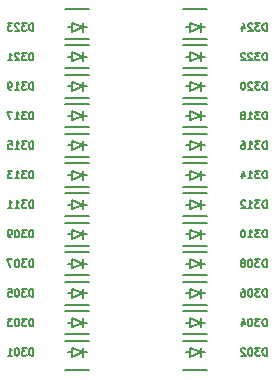
<source format=gbo>
G04 #@! TF.GenerationSoftware,KiCad,Pcbnew,(5.1.5)-3*
G04 #@! TF.CreationDate,2021-08-30T19:43:02+02:00*
G04 #@! TF.ProjectId,gbm12,67626d31-322e-46b6-9963-61645f706362,0430 -*
G04 #@! TF.SameCoordinates,Original*
G04 #@! TF.FileFunction,Legend,Bot*
G04 #@! TF.FilePolarity,Positive*
%FSLAX46Y46*%
G04 Gerber Fmt 4.6, Leading zero omitted, Abs format (unit mm)*
G04 Created by KiCad (PCBNEW (5.1.5)-3) date 2021-08-30 19:43:02*
%MOMM*%
%LPD*%
G04 APERTURE LIST*
%ADD10C,0.127000*%
G04 APERTURE END LIST*
D10*
X98516000Y-108476000D02*
X96484000Y-108476000D01*
X98516000Y-111524000D02*
X96484000Y-111524000D01*
X97119000Y-110381000D02*
X98008000Y-110000000D01*
X98008000Y-110000000D02*
X97119000Y-109619000D01*
X97119000Y-110000000D02*
X96738000Y-110000000D01*
X97119000Y-109619000D02*
X97119000Y-110381000D01*
X98389000Y-110000000D02*
X98008000Y-110000000D01*
X98008000Y-109619000D02*
X98008000Y-110381000D01*
X88516000Y-108476000D02*
X86484000Y-108476000D01*
X88516000Y-111524000D02*
X86484000Y-111524000D01*
X87119000Y-110381000D02*
X88008000Y-110000000D01*
X88008000Y-110000000D02*
X87119000Y-109619000D01*
X87119000Y-110000000D02*
X86738000Y-110000000D01*
X87119000Y-109619000D02*
X87119000Y-110381000D01*
X88389000Y-110000000D02*
X88008000Y-110000000D01*
X88008000Y-109619000D02*
X88008000Y-110381000D01*
X98516000Y-110976000D02*
X96484000Y-110976000D01*
X98516000Y-114024000D02*
X96484000Y-114024000D01*
X97119000Y-112881000D02*
X98008000Y-112500000D01*
X98008000Y-112500000D02*
X97119000Y-112119000D01*
X97119000Y-112500000D02*
X96738000Y-112500000D01*
X97119000Y-112119000D02*
X97119000Y-112881000D01*
X98389000Y-112500000D02*
X98008000Y-112500000D01*
X98008000Y-112119000D02*
X98008000Y-112881000D01*
X88516000Y-110976000D02*
X86484000Y-110976000D01*
X88516000Y-114024000D02*
X86484000Y-114024000D01*
X87119000Y-112881000D02*
X88008000Y-112500000D01*
X88008000Y-112500000D02*
X87119000Y-112119000D01*
X87119000Y-112500000D02*
X86738000Y-112500000D01*
X87119000Y-112119000D02*
X87119000Y-112881000D01*
X88389000Y-112500000D02*
X88008000Y-112500000D01*
X88008000Y-112119000D02*
X88008000Y-112881000D01*
X98516000Y-113476000D02*
X96484000Y-113476000D01*
X98516000Y-116524000D02*
X96484000Y-116524000D01*
X97119000Y-115381000D02*
X98008000Y-115000000D01*
X98008000Y-115000000D02*
X97119000Y-114619000D01*
X97119000Y-115000000D02*
X96738000Y-115000000D01*
X97119000Y-114619000D02*
X97119000Y-115381000D01*
X98389000Y-115000000D02*
X98008000Y-115000000D01*
X98008000Y-114619000D02*
X98008000Y-115381000D01*
X88516000Y-113476000D02*
X86484000Y-113476000D01*
X88516000Y-116524000D02*
X86484000Y-116524000D01*
X87119000Y-115381000D02*
X88008000Y-115000000D01*
X88008000Y-115000000D02*
X87119000Y-114619000D01*
X87119000Y-115000000D02*
X86738000Y-115000000D01*
X87119000Y-114619000D02*
X87119000Y-115381000D01*
X88389000Y-115000000D02*
X88008000Y-115000000D01*
X88008000Y-114619000D02*
X88008000Y-115381000D01*
X98516000Y-115976000D02*
X96484000Y-115976000D01*
X98516000Y-119024000D02*
X96484000Y-119024000D01*
X97119000Y-117881000D02*
X98008000Y-117500000D01*
X98008000Y-117500000D02*
X97119000Y-117119000D01*
X97119000Y-117500000D02*
X96738000Y-117500000D01*
X97119000Y-117119000D02*
X97119000Y-117881000D01*
X98389000Y-117500000D02*
X98008000Y-117500000D01*
X98008000Y-117119000D02*
X98008000Y-117881000D01*
X88516000Y-115976000D02*
X86484000Y-115976000D01*
X88516000Y-119024000D02*
X86484000Y-119024000D01*
X87119000Y-117881000D02*
X88008000Y-117500000D01*
X88008000Y-117500000D02*
X87119000Y-117119000D01*
X87119000Y-117500000D02*
X86738000Y-117500000D01*
X87119000Y-117119000D02*
X87119000Y-117881000D01*
X88389000Y-117500000D02*
X88008000Y-117500000D01*
X88008000Y-117119000D02*
X88008000Y-117881000D01*
X98516000Y-118476000D02*
X96484000Y-118476000D01*
X98516000Y-121524000D02*
X96484000Y-121524000D01*
X97119000Y-120381000D02*
X98008000Y-120000000D01*
X98008000Y-120000000D02*
X97119000Y-119619000D01*
X97119000Y-120000000D02*
X96738000Y-120000000D01*
X97119000Y-119619000D02*
X97119000Y-120381000D01*
X98389000Y-120000000D02*
X98008000Y-120000000D01*
X98008000Y-119619000D02*
X98008000Y-120381000D01*
X88516000Y-118476000D02*
X86484000Y-118476000D01*
X88516000Y-121524000D02*
X86484000Y-121524000D01*
X87119000Y-120381000D02*
X88008000Y-120000000D01*
X88008000Y-120000000D02*
X87119000Y-119619000D01*
X87119000Y-120000000D02*
X86738000Y-120000000D01*
X87119000Y-119619000D02*
X87119000Y-120381000D01*
X88389000Y-120000000D02*
X88008000Y-120000000D01*
X88008000Y-119619000D02*
X88008000Y-120381000D01*
X98516000Y-120976000D02*
X96484000Y-120976000D01*
X98516000Y-124024000D02*
X96484000Y-124024000D01*
X97119000Y-122881000D02*
X98008000Y-122500000D01*
X98008000Y-122500000D02*
X97119000Y-122119000D01*
X97119000Y-122500000D02*
X96738000Y-122500000D01*
X97119000Y-122119000D02*
X97119000Y-122881000D01*
X98389000Y-122500000D02*
X98008000Y-122500000D01*
X98008000Y-122119000D02*
X98008000Y-122881000D01*
X88516000Y-120976000D02*
X86484000Y-120976000D01*
X88516000Y-124024000D02*
X86484000Y-124024000D01*
X87119000Y-122881000D02*
X88008000Y-122500000D01*
X88008000Y-122500000D02*
X87119000Y-122119000D01*
X87119000Y-122500000D02*
X86738000Y-122500000D01*
X87119000Y-122119000D02*
X87119000Y-122881000D01*
X88389000Y-122500000D02*
X88008000Y-122500000D01*
X88008000Y-122119000D02*
X88008000Y-122881000D01*
X98516000Y-123476000D02*
X96484000Y-123476000D01*
X98516000Y-126524000D02*
X96484000Y-126524000D01*
X97119000Y-125381000D02*
X98008000Y-125000000D01*
X98008000Y-125000000D02*
X97119000Y-124619000D01*
X97119000Y-125000000D02*
X96738000Y-125000000D01*
X97119000Y-124619000D02*
X97119000Y-125381000D01*
X98389000Y-125000000D02*
X98008000Y-125000000D01*
X98008000Y-124619000D02*
X98008000Y-125381000D01*
X88516000Y-123476000D02*
X86484000Y-123476000D01*
X88516000Y-126524000D02*
X86484000Y-126524000D01*
X87119000Y-125381000D02*
X88008000Y-125000000D01*
X88008000Y-125000000D02*
X87119000Y-124619000D01*
X87119000Y-125000000D02*
X86738000Y-125000000D01*
X87119000Y-124619000D02*
X87119000Y-125381000D01*
X88389000Y-125000000D02*
X88008000Y-125000000D01*
X88008000Y-124619000D02*
X88008000Y-125381000D01*
X98516000Y-125976000D02*
X96484000Y-125976000D01*
X98516000Y-129024000D02*
X96484000Y-129024000D01*
X97119000Y-127881000D02*
X98008000Y-127500000D01*
X98008000Y-127500000D02*
X97119000Y-127119000D01*
X97119000Y-127500000D02*
X96738000Y-127500000D01*
X97119000Y-127119000D02*
X97119000Y-127881000D01*
X98389000Y-127500000D02*
X98008000Y-127500000D01*
X98008000Y-127119000D02*
X98008000Y-127881000D01*
X88516000Y-125976000D02*
X86484000Y-125976000D01*
X88516000Y-129024000D02*
X86484000Y-129024000D01*
X87119000Y-127881000D02*
X88008000Y-127500000D01*
X88008000Y-127500000D02*
X87119000Y-127119000D01*
X87119000Y-127500000D02*
X86738000Y-127500000D01*
X87119000Y-127119000D02*
X87119000Y-127881000D01*
X88389000Y-127500000D02*
X88008000Y-127500000D01*
X88008000Y-127119000D02*
X88008000Y-127881000D01*
X98516000Y-128476000D02*
X96484000Y-128476000D01*
X98516000Y-131524000D02*
X96484000Y-131524000D01*
X97119000Y-130381000D02*
X98008000Y-130000000D01*
X98008000Y-130000000D02*
X97119000Y-129619000D01*
X97119000Y-130000000D02*
X96738000Y-130000000D01*
X97119000Y-129619000D02*
X97119000Y-130381000D01*
X98389000Y-130000000D02*
X98008000Y-130000000D01*
X98008000Y-129619000D02*
X98008000Y-130381000D01*
X88516000Y-128476000D02*
X86484000Y-128476000D01*
X88516000Y-131524000D02*
X86484000Y-131524000D01*
X87119000Y-130381000D02*
X88008000Y-130000000D01*
X88008000Y-130000000D02*
X87119000Y-129619000D01*
X87119000Y-130000000D02*
X86738000Y-130000000D01*
X87119000Y-129619000D02*
X87119000Y-130381000D01*
X88389000Y-130000000D02*
X88008000Y-130000000D01*
X88008000Y-129619000D02*
X88008000Y-130381000D01*
X98516000Y-130976000D02*
X96484000Y-130976000D01*
X98516000Y-134024000D02*
X96484000Y-134024000D01*
X97119000Y-132881000D02*
X98008000Y-132500000D01*
X98008000Y-132500000D02*
X97119000Y-132119000D01*
X97119000Y-132500000D02*
X96738000Y-132500000D01*
X97119000Y-132119000D02*
X97119000Y-132881000D01*
X98389000Y-132500000D02*
X98008000Y-132500000D01*
X98008000Y-132119000D02*
X98008000Y-132881000D01*
X88516000Y-130976000D02*
X86484000Y-130976000D01*
X88516000Y-134024000D02*
X86484000Y-134024000D01*
X87119000Y-132881000D02*
X88008000Y-132500000D01*
X88008000Y-132500000D02*
X87119000Y-132119000D01*
X87119000Y-132500000D02*
X86738000Y-132500000D01*
X87119000Y-132119000D02*
X87119000Y-132881000D01*
X88389000Y-132500000D02*
X88008000Y-132500000D01*
X88008000Y-132119000D02*
X88008000Y-132881000D01*
X98516000Y-133476000D02*
X96484000Y-133476000D01*
X98516000Y-136524000D02*
X96484000Y-136524000D01*
X97119000Y-135381000D02*
X98008000Y-135000000D01*
X98008000Y-135000000D02*
X97119000Y-134619000D01*
X97119000Y-135000000D02*
X96738000Y-135000000D01*
X97119000Y-134619000D02*
X97119000Y-135381000D01*
X98389000Y-135000000D02*
X98008000Y-135000000D01*
X98008000Y-134619000D02*
X98008000Y-135381000D01*
X88516000Y-133476000D02*
X86484000Y-133476000D01*
X88516000Y-136524000D02*
X86484000Y-136524000D01*
X87119000Y-135381000D02*
X88008000Y-135000000D01*
X88008000Y-135000000D02*
X87119000Y-134619000D01*
X87119000Y-135000000D02*
X86738000Y-135000000D01*
X87119000Y-134619000D02*
X87119000Y-135381000D01*
X88389000Y-135000000D02*
X88008000Y-135000000D01*
X88008000Y-134619000D02*
X88008000Y-135381000D01*
X98516000Y-135976000D02*
X96484000Y-135976000D01*
X98516000Y-139024000D02*
X96484000Y-139024000D01*
X97119000Y-137881000D02*
X98008000Y-137500000D01*
X98008000Y-137500000D02*
X97119000Y-137119000D01*
X97119000Y-137500000D02*
X96738000Y-137500000D01*
X97119000Y-137119000D02*
X97119000Y-137881000D01*
X98389000Y-137500000D02*
X98008000Y-137500000D01*
X98008000Y-137119000D02*
X98008000Y-137881000D01*
X88516000Y-135976000D02*
X86484000Y-135976000D01*
X88516000Y-139024000D02*
X86484000Y-139024000D01*
X87119000Y-137881000D02*
X88008000Y-137500000D01*
X88008000Y-137500000D02*
X87119000Y-137119000D01*
X87119000Y-137500000D02*
X86738000Y-137500000D01*
X87119000Y-137119000D02*
X87119000Y-137881000D01*
X88389000Y-137500000D02*
X88008000Y-137500000D01*
X88008000Y-137119000D02*
X88008000Y-137881000D01*
X103573452Y-110287261D02*
X103573452Y-109652261D01*
X103422261Y-109652261D01*
X103331547Y-109682500D01*
X103271071Y-109742976D01*
X103240833Y-109803452D01*
X103210595Y-109924404D01*
X103210595Y-110015119D01*
X103240833Y-110136071D01*
X103271071Y-110196547D01*
X103331547Y-110257023D01*
X103422261Y-110287261D01*
X103573452Y-110287261D01*
X102998928Y-109652261D02*
X102605833Y-109652261D01*
X102817500Y-109894166D01*
X102726785Y-109894166D01*
X102666309Y-109924404D01*
X102636071Y-109954642D01*
X102605833Y-110015119D01*
X102605833Y-110166309D01*
X102636071Y-110226785D01*
X102666309Y-110257023D01*
X102726785Y-110287261D01*
X102908214Y-110287261D01*
X102968690Y-110257023D01*
X102998928Y-110226785D01*
X102363928Y-109712738D02*
X102333690Y-109682500D01*
X102273214Y-109652261D01*
X102122023Y-109652261D01*
X102061547Y-109682500D01*
X102031309Y-109712738D01*
X102001071Y-109773214D01*
X102001071Y-109833690D01*
X102031309Y-109924404D01*
X102394166Y-110287261D01*
X102001071Y-110287261D01*
X101456785Y-109863928D02*
X101456785Y-110287261D01*
X101607976Y-109622023D02*
X101759166Y-110075595D01*
X101366071Y-110075595D01*
X83823452Y-110287261D02*
X83823452Y-109652261D01*
X83672261Y-109652261D01*
X83581547Y-109682500D01*
X83521071Y-109742976D01*
X83490833Y-109803452D01*
X83460595Y-109924404D01*
X83460595Y-110015119D01*
X83490833Y-110136071D01*
X83521071Y-110196547D01*
X83581547Y-110257023D01*
X83672261Y-110287261D01*
X83823452Y-110287261D01*
X83248928Y-109652261D02*
X82855833Y-109652261D01*
X83067500Y-109894166D01*
X82976785Y-109894166D01*
X82916309Y-109924404D01*
X82886071Y-109954642D01*
X82855833Y-110015119D01*
X82855833Y-110166309D01*
X82886071Y-110226785D01*
X82916309Y-110257023D01*
X82976785Y-110287261D01*
X83158214Y-110287261D01*
X83218690Y-110257023D01*
X83248928Y-110226785D01*
X82613928Y-109712738D02*
X82583690Y-109682500D01*
X82523214Y-109652261D01*
X82372023Y-109652261D01*
X82311547Y-109682500D01*
X82281309Y-109712738D01*
X82251071Y-109773214D01*
X82251071Y-109833690D01*
X82281309Y-109924404D01*
X82644166Y-110287261D01*
X82251071Y-110287261D01*
X82039404Y-109652261D02*
X81646309Y-109652261D01*
X81857976Y-109894166D01*
X81767261Y-109894166D01*
X81706785Y-109924404D01*
X81676547Y-109954642D01*
X81646309Y-110015119D01*
X81646309Y-110166309D01*
X81676547Y-110226785D01*
X81706785Y-110257023D01*
X81767261Y-110287261D01*
X81948690Y-110287261D01*
X82009166Y-110257023D01*
X82039404Y-110226785D01*
X103573452Y-112787261D02*
X103573452Y-112152261D01*
X103422261Y-112152261D01*
X103331547Y-112182500D01*
X103271071Y-112242976D01*
X103240833Y-112303452D01*
X103210595Y-112424404D01*
X103210595Y-112515119D01*
X103240833Y-112636071D01*
X103271071Y-112696547D01*
X103331547Y-112757023D01*
X103422261Y-112787261D01*
X103573452Y-112787261D01*
X102998928Y-112152261D02*
X102605833Y-112152261D01*
X102817500Y-112394166D01*
X102726785Y-112394166D01*
X102666309Y-112424404D01*
X102636071Y-112454642D01*
X102605833Y-112515119D01*
X102605833Y-112666309D01*
X102636071Y-112726785D01*
X102666309Y-112757023D01*
X102726785Y-112787261D01*
X102908214Y-112787261D01*
X102968690Y-112757023D01*
X102998928Y-112726785D01*
X102363928Y-112212738D02*
X102333690Y-112182500D01*
X102273214Y-112152261D01*
X102122023Y-112152261D01*
X102061547Y-112182500D01*
X102031309Y-112212738D01*
X102001071Y-112273214D01*
X102001071Y-112333690D01*
X102031309Y-112424404D01*
X102394166Y-112787261D01*
X102001071Y-112787261D01*
X101759166Y-112212738D02*
X101728928Y-112182500D01*
X101668452Y-112152261D01*
X101517261Y-112152261D01*
X101456785Y-112182500D01*
X101426547Y-112212738D01*
X101396309Y-112273214D01*
X101396309Y-112333690D01*
X101426547Y-112424404D01*
X101789404Y-112787261D01*
X101396309Y-112787261D01*
X83823452Y-112787261D02*
X83823452Y-112152261D01*
X83672261Y-112152261D01*
X83581547Y-112182500D01*
X83521071Y-112242976D01*
X83490833Y-112303452D01*
X83460595Y-112424404D01*
X83460595Y-112515119D01*
X83490833Y-112636071D01*
X83521071Y-112696547D01*
X83581547Y-112757023D01*
X83672261Y-112787261D01*
X83823452Y-112787261D01*
X83248928Y-112152261D02*
X82855833Y-112152261D01*
X83067500Y-112394166D01*
X82976785Y-112394166D01*
X82916309Y-112424404D01*
X82886071Y-112454642D01*
X82855833Y-112515119D01*
X82855833Y-112666309D01*
X82886071Y-112726785D01*
X82916309Y-112757023D01*
X82976785Y-112787261D01*
X83158214Y-112787261D01*
X83218690Y-112757023D01*
X83248928Y-112726785D01*
X82613928Y-112212738D02*
X82583690Y-112182500D01*
X82523214Y-112152261D01*
X82372023Y-112152261D01*
X82311547Y-112182500D01*
X82281309Y-112212738D01*
X82251071Y-112273214D01*
X82251071Y-112333690D01*
X82281309Y-112424404D01*
X82644166Y-112787261D01*
X82251071Y-112787261D01*
X81646309Y-112787261D02*
X82009166Y-112787261D01*
X81827738Y-112787261D02*
X81827738Y-112152261D01*
X81888214Y-112242976D01*
X81948690Y-112303452D01*
X82009166Y-112333690D01*
X103573452Y-115287261D02*
X103573452Y-114652261D01*
X103422261Y-114652261D01*
X103331547Y-114682500D01*
X103271071Y-114742976D01*
X103240833Y-114803452D01*
X103210595Y-114924404D01*
X103210595Y-115015119D01*
X103240833Y-115136071D01*
X103271071Y-115196547D01*
X103331547Y-115257023D01*
X103422261Y-115287261D01*
X103573452Y-115287261D01*
X102998928Y-114652261D02*
X102605833Y-114652261D01*
X102817500Y-114894166D01*
X102726785Y-114894166D01*
X102666309Y-114924404D01*
X102636071Y-114954642D01*
X102605833Y-115015119D01*
X102605833Y-115166309D01*
X102636071Y-115226785D01*
X102666309Y-115257023D01*
X102726785Y-115287261D01*
X102908214Y-115287261D01*
X102968690Y-115257023D01*
X102998928Y-115226785D01*
X102363928Y-114712738D02*
X102333690Y-114682500D01*
X102273214Y-114652261D01*
X102122023Y-114652261D01*
X102061547Y-114682500D01*
X102031309Y-114712738D01*
X102001071Y-114773214D01*
X102001071Y-114833690D01*
X102031309Y-114924404D01*
X102394166Y-115287261D01*
X102001071Y-115287261D01*
X101607976Y-114652261D02*
X101547500Y-114652261D01*
X101487023Y-114682500D01*
X101456785Y-114712738D01*
X101426547Y-114773214D01*
X101396309Y-114894166D01*
X101396309Y-115045357D01*
X101426547Y-115166309D01*
X101456785Y-115226785D01*
X101487023Y-115257023D01*
X101547500Y-115287261D01*
X101607976Y-115287261D01*
X101668452Y-115257023D01*
X101698690Y-115226785D01*
X101728928Y-115166309D01*
X101759166Y-115045357D01*
X101759166Y-114894166D01*
X101728928Y-114773214D01*
X101698690Y-114712738D01*
X101668452Y-114682500D01*
X101607976Y-114652261D01*
X83823452Y-115287261D02*
X83823452Y-114652261D01*
X83672261Y-114652261D01*
X83581547Y-114682500D01*
X83521071Y-114742976D01*
X83490833Y-114803452D01*
X83460595Y-114924404D01*
X83460595Y-115015119D01*
X83490833Y-115136071D01*
X83521071Y-115196547D01*
X83581547Y-115257023D01*
X83672261Y-115287261D01*
X83823452Y-115287261D01*
X83248928Y-114652261D02*
X82855833Y-114652261D01*
X83067500Y-114894166D01*
X82976785Y-114894166D01*
X82916309Y-114924404D01*
X82886071Y-114954642D01*
X82855833Y-115015119D01*
X82855833Y-115166309D01*
X82886071Y-115226785D01*
X82916309Y-115257023D01*
X82976785Y-115287261D01*
X83158214Y-115287261D01*
X83218690Y-115257023D01*
X83248928Y-115226785D01*
X82251071Y-115287261D02*
X82613928Y-115287261D01*
X82432500Y-115287261D02*
X82432500Y-114652261D01*
X82492976Y-114742976D01*
X82553452Y-114803452D01*
X82613928Y-114833690D01*
X81948690Y-115287261D02*
X81827738Y-115287261D01*
X81767261Y-115257023D01*
X81737023Y-115226785D01*
X81676547Y-115136071D01*
X81646309Y-115015119D01*
X81646309Y-114773214D01*
X81676547Y-114712738D01*
X81706785Y-114682500D01*
X81767261Y-114652261D01*
X81888214Y-114652261D01*
X81948690Y-114682500D01*
X81978928Y-114712738D01*
X82009166Y-114773214D01*
X82009166Y-114924404D01*
X81978928Y-114984880D01*
X81948690Y-115015119D01*
X81888214Y-115045357D01*
X81767261Y-115045357D01*
X81706785Y-115015119D01*
X81676547Y-114984880D01*
X81646309Y-114924404D01*
X103573452Y-117787261D02*
X103573452Y-117152261D01*
X103422261Y-117152261D01*
X103331547Y-117182500D01*
X103271071Y-117242976D01*
X103240833Y-117303452D01*
X103210595Y-117424404D01*
X103210595Y-117515119D01*
X103240833Y-117636071D01*
X103271071Y-117696547D01*
X103331547Y-117757023D01*
X103422261Y-117787261D01*
X103573452Y-117787261D01*
X102998928Y-117152261D02*
X102605833Y-117152261D01*
X102817500Y-117394166D01*
X102726785Y-117394166D01*
X102666309Y-117424404D01*
X102636071Y-117454642D01*
X102605833Y-117515119D01*
X102605833Y-117666309D01*
X102636071Y-117726785D01*
X102666309Y-117757023D01*
X102726785Y-117787261D01*
X102908214Y-117787261D01*
X102968690Y-117757023D01*
X102998928Y-117726785D01*
X102001071Y-117787261D02*
X102363928Y-117787261D01*
X102182500Y-117787261D02*
X102182500Y-117152261D01*
X102242976Y-117242976D01*
X102303452Y-117303452D01*
X102363928Y-117333690D01*
X101638214Y-117424404D02*
X101698690Y-117394166D01*
X101728928Y-117363928D01*
X101759166Y-117303452D01*
X101759166Y-117273214D01*
X101728928Y-117212738D01*
X101698690Y-117182500D01*
X101638214Y-117152261D01*
X101517261Y-117152261D01*
X101456785Y-117182500D01*
X101426547Y-117212738D01*
X101396309Y-117273214D01*
X101396309Y-117303452D01*
X101426547Y-117363928D01*
X101456785Y-117394166D01*
X101517261Y-117424404D01*
X101638214Y-117424404D01*
X101698690Y-117454642D01*
X101728928Y-117484880D01*
X101759166Y-117545357D01*
X101759166Y-117666309D01*
X101728928Y-117726785D01*
X101698690Y-117757023D01*
X101638214Y-117787261D01*
X101517261Y-117787261D01*
X101456785Y-117757023D01*
X101426547Y-117726785D01*
X101396309Y-117666309D01*
X101396309Y-117545357D01*
X101426547Y-117484880D01*
X101456785Y-117454642D01*
X101517261Y-117424404D01*
X83823452Y-117787261D02*
X83823452Y-117152261D01*
X83672261Y-117152261D01*
X83581547Y-117182500D01*
X83521071Y-117242976D01*
X83490833Y-117303452D01*
X83460595Y-117424404D01*
X83460595Y-117515119D01*
X83490833Y-117636071D01*
X83521071Y-117696547D01*
X83581547Y-117757023D01*
X83672261Y-117787261D01*
X83823452Y-117787261D01*
X83248928Y-117152261D02*
X82855833Y-117152261D01*
X83067500Y-117394166D01*
X82976785Y-117394166D01*
X82916309Y-117424404D01*
X82886071Y-117454642D01*
X82855833Y-117515119D01*
X82855833Y-117666309D01*
X82886071Y-117726785D01*
X82916309Y-117757023D01*
X82976785Y-117787261D01*
X83158214Y-117787261D01*
X83218690Y-117757023D01*
X83248928Y-117726785D01*
X82251071Y-117787261D02*
X82613928Y-117787261D01*
X82432500Y-117787261D02*
X82432500Y-117152261D01*
X82492976Y-117242976D01*
X82553452Y-117303452D01*
X82613928Y-117333690D01*
X82039404Y-117152261D02*
X81616071Y-117152261D01*
X81888214Y-117787261D01*
X103573452Y-120287261D02*
X103573452Y-119652261D01*
X103422261Y-119652261D01*
X103331547Y-119682500D01*
X103271071Y-119742976D01*
X103240833Y-119803452D01*
X103210595Y-119924404D01*
X103210595Y-120015119D01*
X103240833Y-120136071D01*
X103271071Y-120196547D01*
X103331547Y-120257023D01*
X103422261Y-120287261D01*
X103573452Y-120287261D01*
X102998928Y-119652261D02*
X102605833Y-119652261D01*
X102817500Y-119894166D01*
X102726785Y-119894166D01*
X102666309Y-119924404D01*
X102636071Y-119954642D01*
X102605833Y-120015119D01*
X102605833Y-120166309D01*
X102636071Y-120226785D01*
X102666309Y-120257023D01*
X102726785Y-120287261D01*
X102908214Y-120287261D01*
X102968690Y-120257023D01*
X102998928Y-120226785D01*
X102001071Y-120287261D02*
X102363928Y-120287261D01*
X102182500Y-120287261D02*
X102182500Y-119652261D01*
X102242976Y-119742976D01*
X102303452Y-119803452D01*
X102363928Y-119833690D01*
X101456785Y-119652261D02*
X101577738Y-119652261D01*
X101638214Y-119682500D01*
X101668452Y-119712738D01*
X101728928Y-119803452D01*
X101759166Y-119924404D01*
X101759166Y-120166309D01*
X101728928Y-120226785D01*
X101698690Y-120257023D01*
X101638214Y-120287261D01*
X101517261Y-120287261D01*
X101456785Y-120257023D01*
X101426547Y-120226785D01*
X101396309Y-120166309D01*
X101396309Y-120015119D01*
X101426547Y-119954642D01*
X101456785Y-119924404D01*
X101517261Y-119894166D01*
X101638214Y-119894166D01*
X101698690Y-119924404D01*
X101728928Y-119954642D01*
X101759166Y-120015119D01*
X83823452Y-120287261D02*
X83823452Y-119652261D01*
X83672261Y-119652261D01*
X83581547Y-119682500D01*
X83521071Y-119742976D01*
X83490833Y-119803452D01*
X83460595Y-119924404D01*
X83460595Y-120015119D01*
X83490833Y-120136071D01*
X83521071Y-120196547D01*
X83581547Y-120257023D01*
X83672261Y-120287261D01*
X83823452Y-120287261D01*
X83248928Y-119652261D02*
X82855833Y-119652261D01*
X83067500Y-119894166D01*
X82976785Y-119894166D01*
X82916309Y-119924404D01*
X82886071Y-119954642D01*
X82855833Y-120015119D01*
X82855833Y-120166309D01*
X82886071Y-120226785D01*
X82916309Y-120257023D01*
X82976785Y-120287261D01*
X83158214Y-120287261D01*
X83218690Y-120257023D01*
X83248928Y-120226785D01*
X82251071Y-120287261D02*
X82613928Y-120287261D01*
X82432500Y-120287261D02*
X82432500Y-119652261D01*
X82492976Y-119742976D01*
X82553452Y-119803452D01*
X82613928Y-119833690D01*
X81676547Y-119652261D02*
X81978928Y-119652261D01*
X82009166Y-119954642D01*
X81978928Y-119924404D01*
X81918452Y-119894166D01*
X81767261Y-119894166D01*
X81706785Y-119924404D01*
X81676547Y-119954642D01*
X81646309Y-120015119D01*
X81646309Y-120166309D01*
X81676547Y-120226785D01*
X81706785Y-120257023D01*
X81767261Y-120287261D01*
X81918452Y-120287261D01*
X81978928Y-120257023D01*
X82009166Y-120226785D01*
X103573452Y-122787261D02*
X103573452Y-122152261D01*
X103422261Y-122152261D01*
X103331547Y-122182500D01*
X103271071Y-122242976D01*
X103240833Y-122303452D01*
X103210595Y-122424404D01*
X103210595Y-122515119D01*
X103240833Y-122636071D01*
X103271071Y-122696547D01*
X103331547Y-122757023D01*
X103422261Y-122787261D01*
X103573452Y-122787261D01*
X102998928Y-122152261D02*
X102605833Y-122152261D01*
X102817500Y-122394166D01*
X102726785Y-122394166D01*
X102666309Y-122424404D01*
X102636071Y-122454642D01*
X102605833Y-122515119D01*
X102605833Y-122666309D01*
X102636071Y-122726785D01*
X102666309Y-122757023D01*
X102726785Y-122787261D01*
X102908214Y-122787261D01*
X102968690Y-122757023D01*
X102998928Y-122726785D01*
X102001071Y-122787261D02*
X102363928Y-122787261D01*
X102182500Y-122787261D02*
X102182500Y-122152261D01*
X102242976Y-122242976D01*
X102303452Y-122303452D01*
X102363928Y-122333690D01*
X101456785Y-122363928D02*
X101456785Y-122787261D01*
X101607976Y-122122023D02*
X101759166Y-122575595D01*
X101366071Y-122575595D01*
X83823452Y-122787261D02*
X83823452Y-122152261D01*
X83672261Y-122152261D01*
X83581547Y-122182500D01*
X83521071Y-122242976D01*
X83490833Y-122303452D01*
X83460595Y-122424404D01*
X83460595Y-122515119D01*
X83490833Y-122636071D01*
X83521071Y-122696547D01*
X83581547Y-122757023D01*
X83672261Y-122787261D01*
X83823452Y-122787261D01*
X83248928Y-122152261D02*
X82855833Y-122152261D01*
X83067500Y-122394166D01*
X82976785Y-122394166D01*
X82916309Y-122424404D01*
X82886071Y-122454642D01*
X82855833Y-122515119D01*
X82855833Y-122666309D01*
X82886071Y-122726785D01*
X82916309Y-122757023D01*
X82976785Y-122787261D01*
X83158214Y-122787261D01*
X83218690Y-122757023D01*
X83248928Y-122726785D01*
X82251071Y-122787261D02*
X82613928Y-122787261D01*
X82432500Y-122787261D02*
X82432500Y-122152261D01*
X82492976Y-122242976D01*
X82553452Y-122303452D01*
X82613928Y-122333690D01*
X82039404Y-122152261D02*
X81646309Y-122152261D01*
X81857976Y-122394166D01*
X81767261Y-122394166D01*
X81706785Y-122424404D01*
X81676547Y-122454642D01*
X81646309Y-122515119D01*
X81646309Y-122666309D01*
X81676547Y-122726785D01*
X81706785Y-122757023D01*
X81767261Y-122787261D01*
X81948690Y-122787261D01*
X82009166Y-122757023D01*
X82039404Y-122726785D01*
X103573452Y-125287261D02*
X103573452Y-124652261D01*
X103422261Y-124652261D01*
X103331547Y-124682500D01*
X103271071Y-124742976D01*
X103240833Y-124803452D01*
X103210595Y-124924404D01*
X103210595Y-125015119D01*
X103240833Y-125136071D01*
X103271071Y-125196547D01*
X103331547Y-125257023D01*
X103422261Y-125287261D01*
X103573452Y-125287261D01*
X102998928Y-124652261D02*
X102605833Y-124652261D01*
X102817500Y-124894166D01*
X102726785Y-124894166D01*
X102666309Y-124924404D01*
X102636071Y-124954642D01*
X102605833Y-125015119D01*
X102605833Y-125166309D01*
X102636071Y-125226785D01*
X102666309Y-125257023D01*
X102726785Y-125287261D01*
X102908214Y-125287261D01*
X102968690Y-125257023D01*
X102998928Y-125226785D01*
X102001071Y-125287261D02*
X102363928Y-125287261D01*
X102182500Y-125287261D02*
X102182500Y-124652261D01*
X102242976Y-124742976D01*
X102303452Y-124803452D01*
X102363928Y-124833690D01*
X101759166Y-124712738D02*
X101728928Y-124682500D01*
X101668452Y-124652261D01*
X101517261Y-124652261D01*
X101456785Y-124682500D01*
X101426547Y-124712738D01*
X101396309Y-124773214D01*
X101396309Y-124833690D01*
X101426547Y-124924404D01*
X101789404Y-125287261D01*
X101396309Y-125287261D01*
X83823452Y-125287261D02*
X83823452Y-124652261D01*
X83672261Y-124652261D01*
X83581547Y-124682500D01*
X83521071Y-124742976D01*
X83490833Y-124803452D01*
X83460595Y-124924404D01*
X83460595Y-125015119D01*
X83490833Y-125136071D01*
X83521071Y-125196547D01*
X83581547Y-125257023D01*
X83672261Y-125287261D01*
X83823452Y-125287261D01*
X83248928Y-124652261D02*
X82855833Y-124652261D01*
X83067500Y-124894166D01*
X82976785Y-124894166D01*
X82916309Y-124924404D01*
X82886071Y-124954642D01*
X82855833Y-125015119D01*
X82855833Y-125166309D01*
X82886071Y-125226785D01*
X82916309Y-125257023D01*
X82976785Y-125287261D01*
X83158214Y-125287261D01*
X83218690Y-125257023D01*
X83248928Y-125226785D01*
X82251071Y-125287261D02*
X82613928Y-125287261D01*
X82432500Y-125287261D02*
X82432500Y-124652261D01*
X82492976Y-124742976D01*
X82553452Y-124803452D01*
X82613928Y-124833690D01*
X81646309Y-125287261D02*
X82009166Y-125287261D01*
X81827738Y-125287261D02*
X81827738Y-124652261D01*
X81888214Y-124742976D01*
X81948690Y-124803452D01*
X82009166Y-124833690D01*
X103573452Y-127787261D02*
X103573452Y-127152261D01*
X103422261Y-127152261D01*
X103331547Y-127182500D01*
X103271071Y-127242976D01*
X103240833Y-127303452D01*
X103210595Y-127424404D01*
X103210595Y-127515119D01*
X103240833Y-127636071D01*
X103271071Y-127696547D01*
X103331547Y-127757023D01*
X103422261Y-127787261D01*
X103573452Y-127787261D01*
X102998928Y-127152261D02*
X102605833Y-127152261D01*
X102817500Y-127394166D01*
X102726785Y-127394166D01*
X102666309Y-127424404D01*
X102636071Y-127454642D01*
X102605833Y-127515119D01*
X102605833Y-127666309D01*
X102636071Y-127726785D01*
X102666309Y-127757023D01*
X102726785Y-127787261D01*
X102908214Y-127787261D01*
X102968690Y-127757023D01*
X102998928Y-127726785D01*
X102001071Y-127787261D02*
X102363928Y-127787261D01*
X102182500Y-127787261D02*
X102182500Y-127152261D01*
X102242976Y-127242976D01*
X102303452Y-127303452D01*
X102363928Y-127333690D01*
X101607976Y-127152261D02*
X101547500Y-127152261D01*
X101487023Y-127182500D01*
X101456785Y-127212738D01*
X101426547Y-127273214D01*
X101396309Y-127394166D01*
X101396309Y-127545357D01*
X101426547Y-127666309D01*
X101456785Y-127726785D01*
X101487023Y-127757023D01*
X101547500Y-127787261D01*
X101607976Y-127787261D01*
X101668452Y-127757023D01*
X101698690Y-127726785D01*
X101728928Y-127666309D01*
X101759166Y-127545357D01*
X101759166Y-127394166D01*
X101728928Y-127273214D01*
X101698690Y-127212738D01*
X101668452Y-127182500D01*
X101607976Y-127152261D01*
X83823452Y-127787261D02*
X83823452Y-127152261D01*
X83672261Y-127152261D01*
X83581547Y-127182500D01*
X83521071Y-127242976D01*
X83490833Y-127303452D01*
X83460595Y-127424404D01*
X83460595Y-127515119D01*
X83490833Y-127636071D01*
X83521071Y-127696547D01*
X83581547Y-127757023D01*
X83672261Y-127787261D01*
X83823452Y-127787261D01*
X83248928Y-127152261D02*
X82855833Y-127152261D01*
X83067500Y-127394166D01*
X82976785Y-127394166D01*
X82916309Y-127424404D01*
X82886071Y-127454642D01*
X82855833Y-127515119D01*
X82855833Y-127666309D01*
X82886071Y-127726785D01*
X82916309Y-127757023D01*
X82976785Y-127787261D01*
X83158214Y-127787261D01*
X83218690Y-127757023D01*
X83248928Y-127726785D01*
X82462738Y-127152261D02*
X82402261Y-127152261D01*
X82341785Y-127182500D01*
X82311547Y-127212738D01*
X82281309Y-127273214D01*
X82251071Y-127394166D01*
X82251071Y-127545357D01*
X82281309Y-127666309D01*
X82311547Y-127726785D01*
X82341785Y-127757023D01*
X82402261Y-127787261D01*
X82462738Y-127787261D01*
X82523214Y-127757023D01*
X82553452Y-127726785D01*
X82583690Y-127666309D01*
X82613928Y-127545357D01*
X82613928Y-127394166D01*
X82583690Y-127273214D01*
X82553452Y-127212738D01*
X82523214Y-127182500D01*
X82462738Y-127152261D01*
X81948690Y-127787261D02*
X81827738Y-127787261D01*
X81767261Y-127757023D01*
X81737023Y-127726785D01*
X81676547Y-127636071D01*
X81646309Y-127515119D01*
X81646309Y-127273214D01*
X81676547Y-127212738D01*
X81706785Y-127182500D01*
X81767261Y-127152261D01*
X81888214Y-127152261D01*
X81948690Y-127182500D01*
X81978928Y-127212738D01*
X82009166Y-127273214D01*
X82009166Y-127424404D01*
X81978928Y-127484880D01*
X81948690Y-127515119D01*
X81888214Y-127545357D01*
X81767261Y-127545357D01*
X81706785Y-127515119D01*
X81676547Y-127484880D01*
X81646309Y-127424404D01*
X103573452Y-130287261D02*
X103573452Y-129652261D01*
X103422261Y-129652261D01*
X103331547Y-129682500D01*
X103271071Y-129742976D01*
X103240833Y-129803452D01*
X103210595Y-129924404D01*
X103210595Y-130015119D01*
X103240833Y-130136071D01*
X103271071Y-130196547D01*
X103331547Y-130257023D01*
X103422261Y-130287261D01*
X103573452Y-130287261D01*
X102998928Y-129652261D02*
X102605833Y-129652261D01*
X102817500Y-129894166D01*
X102726785Y-129894166D01*
X102666309Y-129924404D01*
X102636071Y-129954642D01*
X102605833Y-130015119D01*
X102605833Y-130166309D01*
X102636071Y-130226785D01*
X102666309Y-130257023D01*
X102726785Y-130287261D01*
X102908214Y-130287261D01*
X102968690Y-130257023D01*
X102998928Y-130226785D01*
X102212738Y-129652261D02*
X102152261Y-129652261D01*
X102091785Y-129682500D01*
X102061547Y-129712738D01*
X102031309Y-129773214D01*
X102001071Y-129894166D01*
X102001071Y-130045357D01*
X102031309Y-130166309D01*
X102061547Y-130226785D01*
X102091785Y-130257023D01*
X102152261Y-130287261D01*
X102212738Y-130287261D01*
X102273214Y-130257023D01*
X102303452Y-130226785D01*
X102333690Y-130166309D01*
X102363928Y-130045357D01*
X102363928Y-129894166D01*
X102333690Y-129773214D01*
X102303452Y-129712738D01*
X102273214Y-129682500D01*
X102212738Y-129652261D01*
X101638214Y-129924404D02*
X101698690Y-129894166D01*
X101728928Y-129863928D01*
X101759166Y-129803452D01*
X101759166Y-129773214D01*
X101728928Y-129712738D01*
X101698690Y-129682500D01*
X101638214Y-129652261D01*
X101517261Y-129652261D01*
X101456785Y-129682500D01*
X101426547Y-129712738D01*
X101396309Y-129773214D01*
X101396309Y-129803452D01*
X101426547Y-129863928D01*
X101456785Y-129894166D01*
X101517261Y-129924404D01*
X101638214Y-129924404D01*
X101698690Y-129954642D01*
X101728928Y-129984880D01*
X101759166Y-130045357D01*
X101759166Y-130166309D01*
X101728928Y-130226785D01*
X101698690Y-130257023D01*
X101638214Y-130287261D01*
X101517261Y-130287261D01*
X101456785Y-130257023D01*
X101426547Y-130226785D01*
X101396309Y-130166309D01*
X101396309Y-130045357D01*
X101426547Y-129984880D01*
X101456785Y-129954642D01*
X101517261Y-129924404D01*
X83823452Y-130287261D02*
X83823452Y-129652261D01*
X83672261Y-129652261D01*
X83581547Y-129682500D01*
X83521071Y-129742976D01*
X83490833Y-129803452D01*
X83460595Y-129924404D01*
X83460595Y-130015119D01*
X83490833Y-130136071D01*
X83521071Y-130196547D01*
X83581547Y-130257023D01*
X83672261Y-130287261D01*
X83823452Y-130287261D01*
X83248928Y-129652261D02*
X82855833Y-129652261D01*
X83067500Y-129894166D01*
X82976785Y-129894166D01*
X82916309Y-129924404D01*
X82886071Y-129954642D01*
X82855833Y-130015119D01*
X82855833Y-130166309D01*
X82886071Y-130226785D01*
X82916309Y-130257023D01*
X82976785Y-130287261D01*
X83158214Y-130287261D01*
X83218690Y-130257023D01*
X83248928Y-130226785D01*
X82462738Y-129652261D02*
X82402261Y-129652261D01*
X82341785Y-129682500D01*
X82311547Y-129712738D01*
X82281309Y-129773214D01*
X82251071Y-129894166D01*
X82251071Y-130045357D01*
X82281309Y-130166309D01*
X82311547Y-130226785D01*
X82341785Y-130257023D01*
X82402261Y-130287261D01*
X82462738Y-130287261D01*
X82523214Y-130257023D01*
X82553452Y-130226785D01*
X82583690Y-130166309D01*
X82613928Y-130045357D01*
X82613928Y-129894166D01*
X82583690Y-129773214D01*
X82553452Y-129712738D01*
X82523214Y-129682500D01*
X82462738Y-129652261D01*
X82039404Y-129652261D02*
X81616071Y-129652261D01*
X81888214Y-130287261D01*
X103573452Y-132787261D02*
X103573452Y-132152261D01*
X103422261Y-132152261D01*
X103331547Y-132182500D01*
X103271071Y-132242976D01*
X103240833Y-132303452D01*
X103210595Y-132424404D01*
X103210595Y-132515119D01*
X103240833Y-132636071D01*
X103271071Y-132696547D01*
X103331547Y-132757023D01*
X103422261Y-132787261D01*
X103573452Y-132787261D01*
X102998928Y-132152261D02*
X102605833Y-132152261D01*
X102817500Y-132394166D01*
X102726785Y-132394166D01*
X102666309Y-132424404D01*
X102636071Y-132454642D01*
X102605833Y-132515119D01*
X102605833Y-132666309D01*
X102636071Y-132726785D01*
X102666309Y-132757023D01*
X102726785Y-132787261D01*
X102908214Y-132787261D01*
X102968690Y-132757023D01*
X102998928Y-132726785D01*
X102212738Y-132152261D02*
X102152261Y-132152261D01*
X102091785Y-132182500D01*
X102061547Y-132212738D01*
X102031309Y-132273214D01*
X102001071Y-132394166D01*
X102001071Y-132545357D01*
X102031309Y-132666309D01*
X102061547Y-132726785D01*
X102091785Y-132757023D01*
X102152261Y-132787261D01*
X102212738Y-132787261D01*
X102273214Y-132757023D01*
X102303452Y-132726785D01*
X102333690Y-132666309D01*
X102363928Y-132545357D01*
X102363928Y-132394166D01*
X102333690Y-132273214D01*
X102303452Y-132212738D01*
X102273214Y-132182500D01*
X102212738Y-132152261D01*
X101456785Y-132152261D02*
X101577738Y-132152261D01*
X101638214Y-132182500D01*
X101668452Y-132212738D01*
X101728928Y-132303452D01*
X101759166Y-132424404D01*
X101759166Y-132666309D01*
X101728928Y-132726785D01*
X101698690Y-132757023D01*
X101638214Y-132787261D01*
X101517261Y-132787261D01*
X101456785Y-132757023D01*
X101426547Y-132726785D01*
X101396309Y-132666309D01*
X101396309Y-132515119D01*
X101426547Y-132454642D01*
X101456785Y-132424404D01*
X101517261Y-132394166D01*
X101638214Y-132394166D01*
X101698690Y-132424404D01*
X101728928Y-132454642D01*
X101759166Y-132515119D01*
X83823452Y-132787261D02*
X83823452Y-132152261D01*
X83672261Y-132152261D01*
X83581547Y-132182500D01*
X83521071Y-132242976D01*
X83490833Y-132303452D01*
X83460595Y-132424404D01*
X83460595Y-132515119D01*
X83490833Y-132636071D01*
X83521071Y-132696547D01*
X83581547Y-132757023D01*
X83672261Y-132787261D01*
X83823452Y-132787261D01*
X83248928Y-132152261D02*
X82855833Y-132152261D01*
X83067500Y-132394166D01*
X82976785Y-132394166D01*
X82916309Y-132424404D01*
X82886071Y-132454642D01*
X82855833Y-132515119D01*
X82855833Y-132666309D01*
X82886071Y-132726785D01*
X82916309Y-132757023D01*
X82976785Y-132787261D01*
X83158214Y-132787261D01*
X83218690Y-132757023D01*
X83248928Y-132726785D01*
X82462738Y-132152261D02*
X82402261Y-132152261D01*
X82341785Y-132182500D01*
X82311547Y-132212738D01*
X82281309Y-132273214D01*
X82251071Y-132394166D01*
X82251071Y-132545357D01*
X82281309Y-132666309D01*
X82311547Y-132726785D01*
X82341785Y-132757023D01*
X82402261Y-132787261D01*
X82462738Y-132787261D01*
X82523214Y-132757023D01*
X82553452Y-132726785D01*
X82583690Y-132666309D01*
X82613928Y-132545357D01*
X82613928Y-132394166D01*
X82583690Y-132273214D01*
X82553452Y-132212738D01*
X82523214Y-132182500D01*
X82462738Y-132152261D01*
X81676547Y-132152261D02*
X81978928Y-132152261D01*
X82009166Y-132454642D01*
X81978928Y-132424404D01*
X81918452Y-132394166D01*
X81767261Y-132394166D01*
X81706785Y-132424404D01*
X81676547Y-132454642D01*
X81646309Y-132515119D01*
X81646309Y-132666309D01*
X81676547Y-132726785D01*
X81706785Y-132757023D01*
X81767261Y-132787261D01*
X81918452Y-132787261D01*
X81978928Y-132757023D01*
X82009166Y-132726785D01*
X103573452Y-135287261D02*
X103573452Y-134652261D01*
X103422261Y-134652261D01*
X103331547Y-134682500D01*
X103271071Y-134742976D01*
X103240833Y-134803452D01*
X103210595Y-134924404D01*
X103210595Y-135015119D01*
X103240833Y-135136071D01*
X103271071Y-135196547D01*
X103331547Y-135257023D01*
X103422261Y-135287261D01*
X103573452Y-135287261D01*
X102998928Y-134652261D02*
X102605833Y-134652261D01*
X102817500Y-134894166D01*
X102726785Y-134894166D01*
X102666309Y-134924404D01*
X102636071Y-134954642D01*
X102605833Y-135015119D01*
X102605833Y-135166309D01*
X102636071Y-135226785D01*
X102666309Y-135257023D01*
X102726785Y-135287261D01*
X102908214Y-135287261D01*
X102968690Y-135257023D01*
X102998928Y-135226785D01*
X102212738Y-134652261D02*
X102152261Y-134652261D01*
X102091785Y-134682500D01*
X102061547Y-134712738D01*
X102031309Y-134773214D01*
X102001071Y-134894166D01*
X102001071Y-135045357D01*
X102031309Y-135166309D01*
X102061547Y-135226785D01*
X102091785Y-135257023D01*
X102152261Y-135287261D01*
X102212738Y-135287261D01*
X102273214Y-135257023D01*
X102303452Y-135226785D01*
X102333690Y-135166309D01*
X102363928Y-135045357D01*
X102363928Y-134894166D01*
X102333690Y-134773214D01*
X102303452Y-134712738D01*
X102273214Y-134682500D01*
X102212738Y-134652261D01*
X101456785Y-134863928D02*
X101456785Y-135287261D01*
X101607976Y-134622023D02*
X101759166Y-135075595D01*
X101366071Y-135075595D01*
X83823452Y-135287261D02*
X83823452Y-134652261D01*
X83672261Y-134652261D01*
X83581547Y-134682500D01*
X83521071Y-134742976D01*
X83490833Y-134803452D01*
X83460595Y-134924404D01*
X83460595Y-135015119D01*
X83490833Y-135136071D01*
X83521071Y-135196547D01*
X83581547Y-135257023D01*
X83672261Y-135287261D01*
X83823452Y-135287261D01*
X83248928Y-134652261D02*
X82855833Y-134652261D01*
X83067500Y-134894166D01*
X82976785Y-134894166D01*
X82916309Y-134924404D01*
X82886071Y-134954642D01*
X82855833Y-135015119D01*
X82855833Y-135166309D01*
X82886071Y-135226785D01*
X82916309Y-135257023D01*
X82976785Y-135287261D01*
X83158214Y-135287261D01*
X83218690Y-135257023D01*
X83248928Y-135226785D01*
X82462738Y-134652261D02*
X82402261Y-134652261D01*
X82341785Y-134682500D01*
X82311547Y-134712738D01*
X82281309Y-134773214D01*
X82251071Y-134894166D01*
X82251071Y-135045357D01*
X82281309Y-135166309D01*
X82311547Y-135226785D01*
X82341785Y-135257023D01*
X82402261Y-135287261D01*
X82462738Y-135287261D01*
X82523214Y-135257023D01*
X82553452Y-135226785D01*
X82583690Y-135166309D01*
X82613928Y-135045357D01*
X82613928Y-134894166D01*
X82583690Y-134773214D01*
X82553452Y-134712738D01*
X82523214Y-134682500D01*
X82462738Y-134652261D01*
X82039404Y-134652261D02*
X81646309Y-134652261D01*
X81857976Y-134894166D01*
X81767261Y-134894166D01*
X81706785Y-134924404D01*
X81676547Y-134954642D01*
X81646309Y-135015119D01*
X81646309Y-135166309D01*
X81676547Y-135226785D01*
X81706785Y-135257023D01*
X81767261Y-135287261D01*
X81948690Y-135287261D01*
X82009166Y-135257023D01*
X82039404Y-135226785D01*
X103573452Y-137787261D02*
X103573452Y-137152261D01*
X103422261Y-137152261D01*
X103331547Y-137182500D01*
X103271071Y-137242976D01*
X103240833Y-137303452D01*
X103210595Y-137424404D01*
X103210595Y-137515119D01*
X103240833Y-137636071D01*
X103271071Y-137696547D01*
X103331547Y-137757023D01*
X103422261Y-137787261D01*
X103573452Y-137787261D01*
X102998928Y-137152261D02*
X102605833Y-137152261D01*
X102817500Y-137394166D01*
X102726785Y-137394166D01*
X102666309Y-137424404D01*
X102636071Y-137454642D01*
X102605833Y-137515119D01*
X102605833Y-137666309D01*
X102636071Y-137726785D01*
X102666309Y-137757023D01*
X102726785Y-137787261D01*
X102908214Y-137787261D01*
X102968690Y-137757023D01*
X102998928Y-137726785D01*
X102212738Y-137152261D02*
X102152261Y-137152261D01*
X102091785Y-137182500D01*
X102061547Y-137212738D01*
X102031309Y-137273214D01*
X102001071Y-137394166D01*
X102001071Y-137545357D01*
X102031309Y-137666309D01*
X102061547Y-137726785D01*
X102091785Y-137757023D01*
X102152261Y-137787261D01*
X102212738Y-137787261D01*
X102273214Y-137757023D01*
X102303452Y-137726785D01*
X102333690Y-137666309D01*
X102363928Y-137545357D01*
X102363928Y-137394166D01*
X102333690Y-137273214D01*
X102303452Y-137212738D01*
X102273214Y-137182500D01*
X102212738Y-137152261D01*
X101759166Y-137212738D02*
X101728928Y-137182500D01*
X101668452Y-137152261D01*
X101517261Y-137152261D01*
X101456785Y-137182500D01*
X101426547Y-137212738D01*
X101396309Y-137273214D01*
X101396309Y-137333690D01*
X101426547Y-137424404D01*
X101789404Y-137787261D01*
X101396309Y-137787261D01*
X83823452Y-137787261D02*
X83823452Y-137152261D01*
X83672261Y-137152261D01*
X83581547Y-137182500D01*
X83521071Y-137242976D01*
X83490833Y-137303452D01*
X83460595Y-137424404D01*
X83460595Y-137515119D01*
X83490833Y-137636071D01*
X83521071Y-137696547D01*
X83581547Y-137757023D01*
X83672261Y-137787261D01*
X83823452Y-137787261D01*
X83248928Y-137152261D02*
X82855833Y-137152261D01*
X83067500Y-137394166D01*
X82976785Y-137394166D01*
X82916309Y-137424404D01*
X82886071Y-137454642D01*
X82855833Y-137515119D01*
X82855833Y-137666309D01*
X82886071Y-137726785D01*
X82916309Y-137757023D01*
X82976785Y-137787261D01*
X83158214Y-137787261D01*
X83218690Y-137757023D01*
X83248928Y-137726785D01*
X82462738Y-137152261D02*
X82402261Y-137152261D01*
X82341785Y-137182500D01*
X82311547Y-137212738D01*
X82281309Y-137273214D01*
X82251071Y-137394166D01*
X82251071Y-137545357D01*
X82281309Y-137666309D01*
X82311547Y-137726785D01*
X82341785Y-137757023D01*
X82402261Y-137787261D01*
X82462738Y-137787261D01*
X82523214Y-137757023D01*
X82553452Y-137726785D01*
X82583690Y-137666309D01*
X82613928Y-137545357D01*
X82613928Y-137394166D01*
X82583690Y-137273214D01*
X82553452Y-137212738D01*
X82523214Y-137182500D01*
X82462738Y-137152261D01*
X81646309Y-137787261D02*
X82009166Y-137787261D01*
X81827738Y-137787261D02*
X81827738Y-137152261D01*
X81888214Y-137242976D01*
X81948690Y-137303452D01*
X82009166Y-137333690D01*
M02*

</source>
